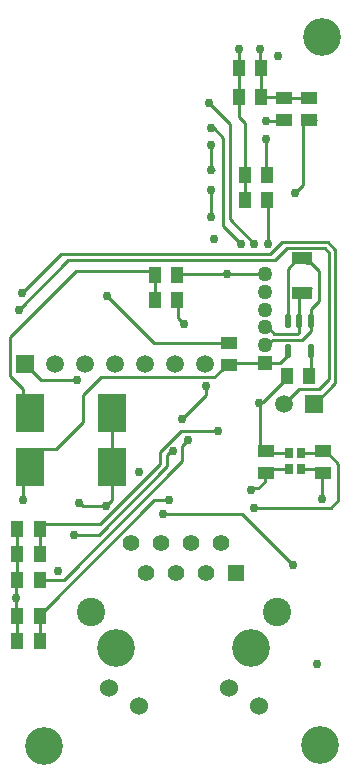
<source format=gbl>
G04*
G04 #@! TF.GenerationSoftware,Altium Limited,Altium Designer,20.0.10 (225)*
G04*
G04 Layer_Physical_Order=4*
G04 Layer_Color=16711680*
%FSLAX25Y25*%
%MOIN*%
G70*
G01*
G75*
%ADD17C,0.01000*%
%ADD18R,0.05500X0.04000*%
%ADD20R,0.04000X0.05500*%
%ADD28R,0.05906X0.05906*%
%ADD46R,0.05000X0.05000*%
%ADD47C,0.05000*%
%ADD54R,0.05504X0.05504*%
%ADD55C,0.05504*%
%ADD56C,0.09449*%
%ADD57C,0.06024*%
%ADD58C,0.12598*%
%ADD59C,0.05906*%
%ADD60C,0.03000*%
%ADD75R,0.09449X0.12992*%
%ADD76R,0.02953X0.03347*%
G04:AMPARAMS|DCode=77|XSize=47.64mil|YSize=23.23mil|CornerRadius=5.81mil|HoleSize=0mil|Usage=FLASHONLY|Rotation=270.000|XOffset=0mil|YOffset=0mil|HoleType=Round|Shape=RoundedRectangle|*
%AMROUNDEDRECTD77*
21,1,0.04764,0.01161,0,0,270.0*
21,1,0.03602,0.02323,0,0,270.0*
1,1,0.01161,-0.00581,-0.01801*
1,1,0.01161,-0.00581,0.01801*
1,1,0.01161,0.00581,0.01801*
1,1,0.01161,0.00581,-0.01801*
%
%ADD77ROUNDEDRECTD77*%
%ADD78R,0.06772X0.04134*%
D17*
X52500Y90500D02*
X79000D01*
X96000Y73500D01*
X85811Y127883D02*
X93800Y135871D01*
X84500Y127500D02*
X84883Y127883D01*
X84750Y113021D02*
X86250Y111521D01*
X84500Y127500D02*
X84750Y127250D01*
X84883Y127883D02*
X85811D01*
X86250Y111521D02*
X87000D01*
X84750Y113021D02*
Y127250D01*
X12900Y58594D02*
X13094D01*
X49500Y95000D01*
X54500D01*
X3500Y62500D02*
Y68054D01*
Y56844D02*
Y62500D01*
X11400Y57094D02*
X12900Y58594D01*
X11400Y48000D02*
Y57094D01*
X3500Y68054D02*
X4000Y68554D01*
X3500Y56844D02*
X4000Y56344D01*
Y68554D02*
Y77000D01*
Y48000D02*
Y56344D01*
X11400Y68554D02*
X19554D01*
X59000Y108000D01*
Y113000D01*
X61000Y115000D01*
X31098Y83598D02*
X54000Y106500D01*
X22902Y83598D02*
X31098D01*
X25041Y94000D02*
X26050Y92991D01*
X24500Y94000D02*
X25041D01*
X26050Y92991D02*
X33509D01*
X33518Y92982D01*
X105500Y95500D02*
Y103621D01*
X106000Y104121D01*
X83000Y92500D02*
X108500D01*
X111000Y95000D01*
X6500Y140454D02*
X11954Y135000D01*
X24000D01*
X107621Y181000D02*
X110000Y178621D01*
X92379Y181000D02*
X107621D01*
X88379Y177000D02*
X92379Y181000D01*
X26000Y130000D02*
X32000Y136000D01*
X26000Y121000D02*
Y130000D01*
X32000Y136000D02*
X69664D01*
X16996Y111996D02*
X26000Y121000D01*
X96500Y197500D02*
X99078Y200078D01*
X100578Y221800D02*
X101328D01*
X99078Y200078D02*
Y220300D01*
X100578Y221800D01*
X54586Y110672D02*
X54630D01*
X54000Y110086D02*
X54586Y110672D01*
X55459Y111500D02*
X56000D01*
X54000Y106500D02*
Y110086D01*
X54630Y110672D02*
X55459Y111500D01*
X51500Y107000D02*
Y111000D01*
X58500Y118000D02*
X71000D01*
X51500Y111000D02*
X58500Y118000D01*
X7000Y122319D02*
X8319Y121000D01*
X111000Y95000D02*
Y107271D01*
X106750Y111521D02*
X111000Y107271D01*
X49500Y147500D02*
X74500D01*
X34000Y163000D02*
X49500Y147500D01*
X72250Y138600D02*
X74555Y140905D01*
X86500D01*
X69664Y136000D02*
X72250Y138586D01*
Y138600D01*
X67000Y132965D02*
X67036Y133000D01*
X67000Y130000D02*
Y132965D01*
X59000Y122000D02*
X67000Y130000D01*
X11800Y77200D02*
X12000Y77000D01*
X8319Y106000D02*
Y107772D01*
X12543Y111996D01*
X16996D01*
X4000Y77000D02*
Y85500D01*
X85500Y229321D02*
X95000D01*
X94260Y154782D02*
Y172251D01*
Y154691D02*
Y154782D01*
X6000Y100681D02*
X8319Y103000D01*
X6000Y95000D02*
Y100681D01*
X31500Y87000D02*
X51500Y107000D01*
X12900Y87000D02*
X31500D01*
X35500Y95243D02*
Y102819D01*
X33518Y93260D02*
X35500Y95243D01*
X33518Y92982D02*
Y93260D01*
X5787Y126532D02*
X8319Y124000D01*
X5787Y126532D02*
Y132213D01*
X1500Y136500D02*
Y149500D01*
Y136500D02*
X5787Y132213D01*
X11400Y85500D02*
X12900Y87000D01*
X57492Y155844D02*
X59418Y153918D01*
Y153918D02*
Y153918D01*
X57492Y155844D02*
Y161380D01*
X57200Y161672D02*
X57492Y161380D01*
X35500Y102819D02*
X35681Y103000D01*
Y106000D02*
Y124000D01*
X11400Y77000D02*
Y85000D01*
Y85500D01*
X87000Y203821D02*
X87200Y203621D01*
X87000Y203821D02*
Y215500D01*
X77800Y222700D02*
Y229621D01*
Y222700D02*
X79800Y220700D01*
Y203621D02*
Y220700D01*
Y195293D02*
Y203621D01*
X87500Y180500D02*
Y194993D01*
X87200Y195293D02*
X87500Y194993D01*
X68000Y227432D02*
X74800Y220632D01*
X68000Y227432D02*
Y227500D01*
X78000Y239321D02*
Y245500D01*
X77800Y239121D02*
X78000Y239321D01*
X77800Y229621D02*
Y239121D01*
X74800Y188821D02*
Y220632D01*
X68500Y206000D02*
Y213500D01*
Y206000D02*
X69500Y205000D01*
X85000Y239321D02*
X85200Y239121D01*
X85000Y239321D02*
Y245500D01*
X93000Y229200D02*
X101328D01*
X92700Y221500D02*
X93000Y221800D01*
X86828Y221500D02*
X92700D01*
X21000Y175000D02*
X89879D01*
X4500Y158500D02*
X21000Y175000D01*
X5500Y164000D02*
X18500Y177000D01*
X88379D01*
X48300Y171500D02*
X49800Y170000D01*
X1500Y149500D02*
X23500Y171500D01*
X48300D01*
X89879Y175000D02*
X93879Y179000D01*
X49800Y161672D02*
Y170000D01*
X57200D02*
X57700Y170500D01*
X74000D01*
X74034Y170466D01*
X86466D01*
X86500Y170432D01*
X68466Y189534D02*
Y198466D01*
Y189534D02*
X68500Y189500D01*
X68432Y198500D02*
X68466Y198466D01*
X85200Y229621D02*
X85500Y229321D01*
X82000Y98621D02*
X82383Y99004D01*
X84383D01*
X86500Y101121D01*
X69500Y219000D02*
X72559Y215941D01*
Y186562D02*
Y215941D01*
X74800Y188821D02*
X83000Y180621D01*
X72559Y186562D02*
X78500Y180621D01*
X102750Y221921D02*
X103500D01*
X85200Y229621D02*
Y239121D01*
X93800Y135871D02*
Y136621D01*
X93879Y179000D02*
X106621D01*
X108000Y177621D01*
X104500Y132121D02*
X108000Y135621D01*
X98000Y132121D02*
X104500D01*
X93000Y127121D02*
X98000Y132121D01*
X108000Y135621D02*
Y177621D01*
X110000Y134121D02*
Y178621D01*
X94584Y110582D02*
Y110779D01*
X98717Y105464D02*
Y105661D01*
X87788Y170529D02*
X88193Y170935D01*
X100567Y174106D02*
X102016D01*
X104500Y161474D02*
Y171621D01*
X97681Y175672D02*
X99000D01*
X100567Y174106D01*
X102016D02*
X104500Y171621D01*
X101740Y158714D02*
X104500Y161474D01*
X93605Y155437D02*
X94260Y154782D01*
X101740Y154691D02*
Y158714D01*
X94260Y172251D02*
X97681Y175672D01*
X98000Y163177D02*
X99000Y164176D01*
X98000Y154691D02*
Y163177D01*
X99000Y165121D02*
X101770Y165743D01*
X99000Y164176D02*
X101770Y165743D01*
X101740Y151362D02*
Y154691D01*
X98000Y151207D02*
Y154691D01*
X101500Y125621D02*
X110000Y134121D01*
X86500Y103621D02*
X87000Y104121D01*
X86500Y101121D02*
Y103621D01*
X106000Y111521D02*
X106750D01*
X98717Y105464D02*
X104657D01*
X88342D02*
X94584D01*
X87542Y110779D02*
X94584D01*
X98717D02*
X105457D01*
X89677Y150621D02*
X97414D01*
X98000Y151207D01*
X86500Y152716D02*
X87582D01*
X89677Y150621D01*
X89086Y148621D02*
X99000D01*
X86500Y146810D02*
X87275D01*
X99000Y148621D02*
X101740Y151362D01*
X87275Y146810D02*
X89086Y148621D01*
X91576Y140905D02*
X94260Y143589D01*
X86500Y140905D02*
X91576D01*
X94260Y143589D02*
Y144809D01*
X101740Y137162D02*
Y144809D01*
X101200Y136621D02*
X101740Y137162D01*
D18*
X74500Y147500D02*
D03*
Y140100D02*
D03*
X87000Y104121D02*
D03*
Y111521D02*
D03*
X106000D02*
D03*
Y104121D02*
D03*
X101328Y221800D02*
D03*
Y229200D02*
D03*
X93000D02*
D03*
Y221800D02*
D03*
D20*
X4000Y48000D02*
D03*
X11400D02*
D03*
Y56344D02*
D03*
X4000D02*
D03*
X11400Y85500D02*
D03*
X4000D02*
D03*
X11400Y77000D02*
D03*
X4000D02*
D03*
X49800Y170000D02*
D03*
X57200D02*
D03*
X11400Y68554D02*
D03*
X4000D02*
D03*
X57200Y161672D02*
D03*
X49800D02*
D03*
X101200Y136621D02*
D03*
X93800D02*
D03*
X87200Y195293D02*
D03*
X79800D02*
D03*
X87200Y203621D02*
D03*
X79800D02*
D03*
X77800Y239121D02*
D03*
X85200D02*
D03*
X77800Y229621D02*
D03*
X85200D02*
D03*
D28*
X6500Y140454D02*
D03*
X103000Y127121D02*
D03*
D46*
X86500Y140905D02*
D03*
D47*
Y146810D02*
D03*
Y152716D02*
D03*
Y158621D02*
D03*
Y164527D02*
D03*
Y170432D02*
D03*
D54*
X77000Y70791D02*
D03*
D55*
X72000Y80791D02*
D03*
X67000Y70791D02*
D03*
X62000Y80791D02*
D03*
X57000Y70791D02*
D03*
X52000Y80791D02*
D03*
X47000Y70791D02*
D03*
X42000Y80791D02*
D03*
D56*
X28496Y57799D02*
D03*
X90504D02*
D03*
D57*
X84402Y26500D02*
D03*
X44500D02*
D03*
X74500Y32484D02*
D03*
X34598D02*
D03*
D58*
X37000Y45791D02*
D03*
X82000D02*
D03*
X105500Y249500D02*
D03*
X13000Y13000D02*
D03*
X105000Y13500D02*
D03*
D59*
X26500Y140454D02*
D03*
X16500D02*
D03*
X36500D02*
D03*
X46500D02*
D03*
X56500D02*
D03*
X66500D02*
D03*
X93000Y127121D02*
D03*
D60*
X69500Y182000D02*
D03*
X104000Y40500D02*
D03*
X84500Y127500D02*
D03*
X96000Y73500D02*
D03*
X52500Y90500D02*
D03*
X17500Y71500D02*
D03*
X3500Y62500D02*
D03*
X22902Y83598D02*
D03*
X24500Y94000D02*
D03*
X105500Y95500D02*
D03*
X83000Y92500D02*
D03*
X96500Y197500D02*
D03*
X56000Y111500D02*
D03*
X61000Y115000D02*
D03*
X71000Y118000D02*
D03*
X67036Y133000D02*
D03*
X59000Y122000D02*
D03*
X24000Y135000D02*
D03*
X6000Y95000D02*
D03*
X33518Y92982D02*
D03*
X44534Y104500D02*
D03*
X59418Y153918D02*
D03*
X87000Y215500D02*
D03*
X68000Y227500D02*
D03*
X78000Y245500D02*
D03*
X68500Y213500D02*
D03*
X87500Y180500D02*
D03*
X86828Y221500D02*
D03*
X91000Y243000D02*
D03*
X85000Y245500D02*
D03*
X4500Y158500D02*
D03*
X5500Y164000D02*
D03*
X34000Y163000D02*
D03*
X74000Y170500D02*
D03*
X54500Y95000D02*
D03*
X68500Y189500D02*
D03*
X68432Y205000D02*
D03*
Y198500D02*
D03*
Y219000D02*
D03*
X82000Y98621D02*
D03*
X83000Y180621D02*
D03*
X78500D02*
D03*
D75*
X35681Y124000D02*
D03*
X8319D02*
D03*
Y106000D02*
D03*
X35681D02*
D03*
D76*
X94584Y105464D02*
D03*
Y110779D02*
D03*
X98717D02*
D03*
Y105464D02*
D03*
D77*
X101740Y154691D02*
D03*
X94260D02*
D03*
Y144809D02*
D03*
X98000Y154691D02*
D03*
X101740Y144809D02*
D03*
D78*
X99000Y164176D02*
D03*
Y175672D02*
D03*
M02*

</source>
